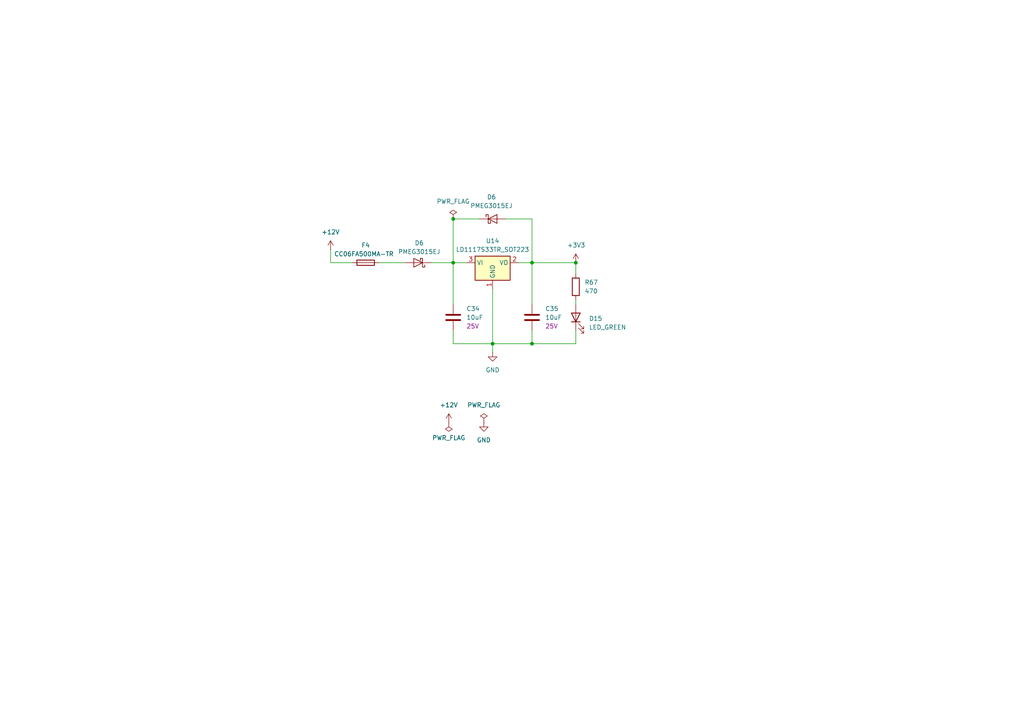
<source format=kicad_sch>
(kicad_sch (version 20231120) (generator "eeschema") (generator_version "8.0")
  (paper "A4")
  (lib_symbols
    (symbol "Device:C" (pin_numbers hide) (pin_names (offset 0.254))
      (property "Reference" "C" (at 0.635 2.54 0))
      (property "Value" "C" (at 0.635 -2.54 0))
      (symbol "C_0_1"
        (polyline (pts (xy -2.032 -0.762) (xy 2.032 -0.762)) (stroke (width 0.508)))
        (polyline (pts (xy -2.032 0.762) (xy 2.032 0.762)) (stroke (width 0.508)))
      )
      (symbol "C_1_1"
        (pin passive line (at 0 3.81 270) (length 2.794) (name "~") (number "1"))
        (pin passive line (at 0 -3.81 90) (length 2.794) (name "~") (number "2"))
      )
    )
    (symbol "Device:Fuse" (pin_numbers hide) (pin_names (offset 0))
      (property "Reference" "F" (at 2.032 0 90))
      (property "Value" "Fuse" (at -1.905 0 90))
      (symbol "Fuse_0_1"
        (rectangle (start -0.762 -2.54) (end 0.762 2.54) (stroke (width 0.254)))
        (polyline (pts (xy 0 2.54) (xy 0 -2.54)))
      )
      (symbol "Fuse_1_1"
        (pin passive line (at 0 3.81 270) (length 1.27) (name "~") (number "1"))
        (pin passive line (at 0 -3.81 90) (length 1.27) (name "~") (number "2"))
      )
    )
    (symbol "Device:LED" (pin_numbers hide) (pin_names (offset 1.016) hide)
      (property "Reference" "D" (at 0 2.54 0))
      (property "Value" "LED" (at 0 -2.54 0))
      (symbol "LED_0_1"
        (polyline (pts (xy -1.27 -1.27) (xy -1.27 1.27)) (stroke (width 0.254)))
        (polyline (pts (xy -1.27 0) (xy 1.27 0)))
        (polyline (pts (xy 1.27 -1.27) (xy 1.27 1.27) (xy -1.27 0) (xy 1.27 -1.27)) (stroke (width 0.254)))
        (polyline (pts (xy -3.048 -0.762) (xy -4.572 -2.286) (xy -3.81 -2.286) (xy -4.572 -2.286) (xy -4.572 -1.524)))
        (polyline (pts (xy -1.778 -0.762) (xy -3.302 -2.286) (xy -2.54 -2.286) (xy -3.302 -2.286) (xy -3.302 -1.524)))
      )
      (symbol "LED_1_1"
        (pin passive line (at -3.81 0 0) (length 2.54) (name "K") (number "1"))
        (pin passive line (at 3.81 0 180) (length 2.54) (name "A") (number "2"))
      )
    )
    (symbol "Device:R" (pin_numbers hide) (pin_names (offset 0))
      (property "Reference" "R" (at 2.032 0 90))
      (property "Value" "R" (at 0 0 90))
      (symbol "R_0_1"
        (rectangle (start -1.016 -2.54) (end 1.016 2.54) (stroke (width 0.254)))
      )
      (symbol "R_1_1"
        (pin passive line (at 0 3.81 270) (length 1.27) (name "~") (number "1"))
        (pin passive line (at 0 -3.81 90) (length 1.27) (name "~") (number "2"))
      )
    )
    (symbol "Diode:PMEG3015EJ" (pin_numbers hide) (pin_names hide)
      (property "Reference" "D" (at 0 2.54 0))
      (property "Value" "PMEG3015EJ" (at 0 -2.54 0))
      (symbol "PMEG3015EJ_0_1"
        (polyline (pts (xy 1.27 0) (xy -1.27 0)))
        (polyline (pts (xy 1.27 1.27) (xy 1.27 -1.27) (xy -1.27 0) (xy 1.27 1.27)) (stroke (width 0.2032)))
        (polyline (pts (xy -1.905 0.635) (xy -1.905 1.27) (xy -1.27 1.27) (xy -1.27 -1.27) (xy -0.635 -1.27) (xy -0.635 -0.635)) (stroke (width 0.2032)))
      )
      (symbol "PMEG3015EJ_1_1"
        (pin passive line (at -3.81 0 0) (length 2.54) (name "K") (number "1"))
        (pin passive line (at 3.81 0 180) (length 2.54) (name "A") (number "2"))
      )
    )
    (symbol "Regulator_Linear:LD1117S33TR_SOT223"
      (property "Reference" "U" (at -3.81 3.175 0))
      (property "Value" "LD1117S33TR_SOT223" (at 0 3.175 0))
      (symbol "LD1117S33TR_SOT223_0_1"
        (rectangle (start -5.08 -5.08) (end 5.08 1.905) (stroke (width 0.254)) (fill (type background)))
      )
      (symbol "LD1117S33TR_SOT223_1_1"
        (pin power_in line (at 0 -7.62 90) (length 2.54) (name "GND") (number "1"))
        (pin power_out line (at 7.62 0 180) (length 2.54) (name "VO") (number "2"))
        (pin power_in line (at -7.62 0 0) (length 2.54) (name "VI") (number "3"))
      )
    )
    (symbol "power:+12V" (power) (pin_numbers hide) (pin_names (offset 0) hide)
      (property "Value" "+12V" (at 0 3.556 0))
      (symbol "+12V_0_1"
        (polyline (pts (xy -0.762 1.27) (xy 0 2.54)))
        (polyline (pts (xy 0 0) (xy 0 2.54)))
        (polyline (pts (xy 0 2.54) (xy 0.762 1.27)))
      )
      (symbol "+12V_1_1"
        (pin power_in line (at 0 0 90) (length 0) (name "~") (number "1"))
      )
    )
    (symbol "power:+3V3" (power) (pin_numbers hide) (pin_names (offset 0) hide)
      (property "Value" "+3V3" (at 0 3.556 0))
      (symbol "+3V3_0_1"
        (polyline (pts (xy -0.762 1.27) (xy 0 2.54)))
        (polyline (pts (xy 0 0) (xy 0 2.54)))
        (polyline (pts (xy 0 2.54) (xy 0.762 1.27)))
      )
      (symbol "+3V3_1_1"
        (pin power_in line (at 0 0 90) (length 0) (name "~") (number "1"))
      )
    )
    (symbol "power:GND" (power) (pin_numbers hide) (pin_names (offset 0) hide)
      (property "Value" "GND" (at 0 -3.81 0))
      (symbol "GND_0_1"
        (polyline (pts (xy 0 0) (xy 0 -1.27) (xy 1.27 -1.27) (xy 0 -2.54) (xy -1.27 -1.27) (xy 0 -1.27)))
      )
      (symbol "GND_1_1"
        (pin power_in line (at 0 0 270) (length 0) (name "~") (number "1"))
      )
    )
    (symbol "power:PWR_FLAG" (power) (pin_numbers hide) (pin_names (offset 0) hide)
      (property "Value" "PWR_FLAG" (at 0 3.81 0))
      (symbol "PWR_FLAG_0_0"
        (pin power_out line (at 0 0 90) (length 0) (name "~") (number "1"))
      )
      (symbol "PWR_FLAG_0_1"
        (polyline (pts (xy 0 0) (xy 0 1.27) (xy -1.016 1.905) (xy 0 2.54) (xy 1.016 1.905) (xy 0 1.27)))
      )
    )
  )
  (junction (at 142.875 99.695))
  (junction (at 131.445 76.2))
  (junction (at 154.305 99.695))
  (junction (at 131.445 63.5))
  (junction (at 154.305 76.2))
  (junction (at 167.005 76.2))
  (wire (pts (xy 167.005 76.2) (xy 167.005 79.375)))
  (wire (pts (xy 139.065 63.5) (xy 131.445 63.5)))
  (wire (pts (xy 131.445 76.2) (xy 135.255 76.2)))
  (wire (pts (xy 150.495 76.2) (xy 154.305 76.2)))
  (wire (pts (xy 125.095 76.2) (xy 131.445 76.2)))
  (wire (pts (xy 154.305 63.5) (xy 154.305 76.2)))
  (wire (pts (xy 154.305 76.2) (xy 167.005 76.2)))
  (wire (pts (xy 142.875 99.695) (xy 142.875 102.235)))
  (wire (pts (xy 131.445 99.695) (xy 142.875 99.695)))
  (wire (pts (xy 95.885 76.2) (xy 102.235 76.2)))
  (wire (pts (xy 167.005 95.885) (xy 167.005 99.695)))
  (wire (pts (xy 95.885 72.39) (xy 95.885 76.2)))
  (wire (pts (xy 109.855 76.2) (xy 117.475 76.2)))
  (wire (pts (xy 131.445 95.885) (xy 131.445 99.695)))
  (wire (pts (xy 142.875 83.82) (xy 142.875 99.695)))
  (wire (pts (xy 131.445 63.5) (xy 131.445 76.2)))
  (wire (pts (xy 167.005 86.995) (xy 167.005 88.265)))
  (wire (pts (xy 154.305 95.885) (xy 154.305 99.695)))
  (wire (pts (xy 131.445 76.2) (xy 131.445 88.265)))
  (wire (pts (xy 146.685 63.5) (xy 154.305 63.5)))
  (wire (pts (xy 154.305 99.695) (xy 167.005 99.695)))
  (wire (pts (xy 154.305 76.2) (xy 154.305 88.265)))
  (wire (pts (xy 142.875 99.695) (xy 154.305 99.695)))
  (symbol (lib_id "power:+12V") (at 130.175 122.555 0) (unit 1)
    (property "Reference" "#PWR064" (effects (hide yes)))
    (property "Value" "+12V" (at 130.175 117.475 0))
    (property "Description" "Power symbol creates a global label with name \"+12V\"" (effects (hide yes)))
  )
  (symbol (lib_id "power:+12V") (at 95.885 72.39 0) (unit 1)
    (property "Reference" "#PWR063" (effects (hide yes)))
    (property "Value" "+12V" (at 95.885 67.31 0))
    (property "Description" "Power symbol creates a global label with name \"+12V\"" (effects (hide yes)))
  )
  (symbol (lib_id "Regulator_Linear:LD1117S33TR_SOT223") (at 142.875 76.2 0) (unit 1)
    (property "Reference" "U14" (at 142.875 69.85 0))
    (property "Value" "LD1117S33TR_SOT223" (at 142.875 72.39 0))
    (property "Footprint" "Package_TO_SOT_SMD:SOT-223-3_TabPin2" (effects (hide yes)))
    (property "Datasheet" "http://www.st.com/st-web-ui/static/active/en/resource/technical/document/datasheet/CD00000544.pdf" (effects (hide yes)))
    (property "Description" "800mA Fixed Low Drop Positive Voltage Regulator, Fixed Output 3.3V, SOT-223" (effects (hide yes)))
  )
  (symbol (lib_id "power:PWR_FLAG") (at 131.445 63.5 0) (unit 1)
    (property "Reference" "#FLG03" (effects (hide yes)))
    (property "Value" "PWR_FLAG" (at 131.445 58.42 0))
    (property "Description" "Special symbol for telling ERC where power comes from" (effects (hide yes)))
  )
  (symbol (lib_id "power:GND") (at 142.875 102.235 0) (unit 1)
    (property "Reference" "#PWR066" (effects (hide yes)))
    (property "Value" "GND" (at 142.875 107.315 0))
    (property "Description" "Power symbol creates a global label with name \"GND\" , ground" (effects (hide yes)))
  )
  (symbol (lib_id "power:GND") (at 140.335 122.555 0) (unit 1)
    (property "Reference" "#PWR065" (effects (hide yes)))
    (property "Value" "GND" (at 140.335 127.635 0))
    (property "Description" "Power symbol creates a global label with name \"GND\" , ground" (effects (hide yes)))
  )
  (symbol (lib_id "power:PWR_FLAG") (at 130.175 122.555 180) (unit 1)
    (property "Reference" "#FLG02" (effects (hide yes)))
    (property "Value" "PWR_FLAG" (at 130.175 127 0))
    (property "Description" "Special symbol for telling ERC where power comes from" (effects (hide yes)))
  )
  (symbol (lib_id "power:PWR_FLAG") (at 140.335 122.555 0) (unit 1)
    (property "Reference" "#FLG04" (effects (hide yes)))
    (property "Value" "PWR_FLAG" (at 140.335 117.475 0))
    (property "Description" "Special symbol for telling ERC where power comes from" (effects (hide yes)))
  )
  (symbol (lib_id "Device:Fuse") (at 106.045 76.2 90) (unit 1)
    (property "Reference" "F4" (at 106.045 71.12 90))
    (property "Value" "CC06FA500MA-TR " (at 106.045 73.66 90))
    (property "Footprint" "Fuse:Fuse_0603_1608Metric" (effects (hide yes)))
    (property "Description" "Fuse" (effects (hide yes)))
  )
  (symbol (lib_id "Diode:PMEG3015EJ") (at 142.875 63.5 0) (unit 1)
    (property "Reference" "D6" (at 142.5575 57.15 0))
    (property "Value" "PMEG3015EJ" (at 142.5575 59.69 0))
    (property "Footprint" "Diode_SMD:D_SOD-323F" (effects (hide yes)))
    (property "Datasheet" "https://assets.nexperia.com/documents/data-sheet/PMEG3015EH_EJ.pdf" (effects (hide yes)))
    (property "Description" "30V, 1.5A ultra low Vf MEGA Schottky barrier rectifier, SOD-323F" (effects (hide yes)))
    (instances (project "LVBMS" (path "" (reference "D6") (unit 1))) (project "Master_FT24" (path "" (reference "D14") (unit 1))))
  )
  (symbol (lib_id "power:+3V3") (at 167.005 76.2 0) (unit 1)
    (property "Reference" "#PWR067" (effects (hide yes)))
    (property "Value" "+3V3" (at 164.465 71.12 0) (effects (justify left)))
    (property "Description" "Power symbol creates a global label with name \"+3V3\"" (effects (hide yes)))
  )
  (symbol (lib_id "Device:C") (at 154.305 92.075 180) (unit 1)
    (property "Reference" "C35" (at 158.115 89.535 0) (effects (justify right)))
    (property "Value" "10uF" (at 158.115 92.075 0) (effects (justify right)))
    (property "Footprint" "Capacitor_SMD:C_1206_3216Metric" (effects (hide yes)))
    (property "Description" "Unpolarized capacitor" (effects (hide yes)))
    (property "Voltage" "25V" (at 158.115 94.615 0) (effects (justify right)))
  )
  (symbol (lib_id "Device:C") (at 131.445 92.075 180) (unit 1)
    (property "Reference" "C34" (at 135.255 89.535 0) (effects (justify right)))
    (property "Value" "10uF" (at 135.255 92.075 0) (effects (justify right)))
    (property "Footprint" "Capacitor_SMD:C_1206_3216Metric" (effects (hide yes)))
    (property "Description" "Unpolarized capacitor" (effects (hide yes)))
    (property "Voltage" "25V" (at 135.255 94.615 0) (effects (justify right)))
  )
  (symbol (lib_id "Device:LED") (at 167.005 92.075 90) (unit 1)
    (property "Reference" "D15" (at 170.815 92.3925 90) (effects (justify right)))
    (property "Value" "LED_GREEN" (at 170.815 94.9325 90) (effects (justify right)))
    (property "Footprint" "LED_SMD:LED_0603_1608Metric" (effects (hide yes)))
    (property "Description" "Light emitting diode" (effects (hide yes)))
  )
  (symbol (lib_id "Diode:PMEG3015EJ") (at 121.285 76.2 180) (unit 1)
    (property "Reference" "D6" (at 121.6025 70.485 0))
    (property "Value" "PMEG3015EJ" (at 121.6025 73.025 0))
    (property "Footprint" "Diode_SMD:D_SOD-323F" (effects (hide yes)))
    (property "Datasheet" "https://assets.nexperia.com/documents/data-sheet/PMEG3015EH_EJ.pdf" (effects (hide yes)))
    (property "Description" "30V, 1.5A ultra low Vf MEGA Schottky barrier rectifier, SOD-323F" (effects (hide yes)))
    (instances (project "LVBMS" (path "" (reference "D6") (unit 1))) (project "Master_FT24" (path "" (reference "D13") (unit 1))))
  )
  (symbol (lib_id "Device:R") (at 167.005 83.185 0) (unit 1)
    (property "Reference" "R67" (at 169.545 81.915 0) (effects (justify left)))
    (property "Value" "470" (at 169.545 84.455 0) (effects (justify left)))
    (property "Footprint" "Resistor_SMD:R_0603_1608Metric" (effects (hide yes)))
    (property "Description" "Resistor" (effects (hide yes)))
  )
)
</source>
